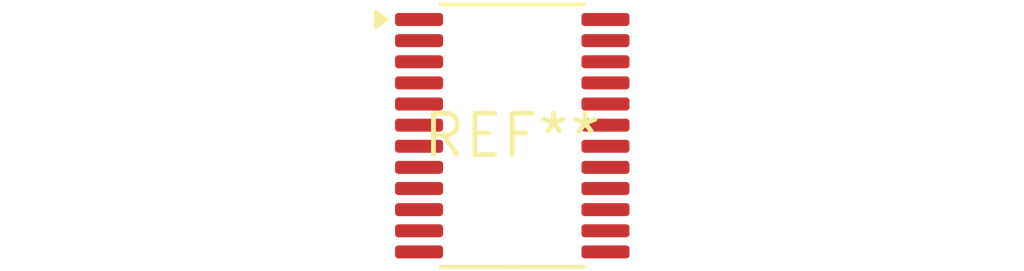
<source format=kicad_pcb>
(kicad_pcb (version 20240108) (generator pcbnew)
  (layers (0 "F.Cu" signal) (31 "B.Cu" signal) (34 "B.Paste" user) (35 "F.Paste" user) (36 "B.SilkS" user "B.Silkscreen") (37 "F.SilkS" user "F.Silkscreen") (38 "B.Mask" user) (39 "F.Mask" user) (44 "Edge.Cuts" user))
  (net 0 "")
  (footprint "TSSOP-24_4.4x7.8mm_P0.65mm" (layer "F.Cu") (at 0 0)
    (property "Reference" "REF**")
    (property "Value" "TSSOP-24_4.4x7.8mm_P0.65mm")
    (fp_line (start 0 -4.035) (end -2.2 -4.035) (layer "F.SilkS") (stroke (width 0.12)))
    (fp_line (start 0 -4.035) (end 2.2 -4.035) (layer "F.SilkS") (stroke (width 0.12)))
    (fp_line (start 0 4.035) (end -2.2 4.035) (layer "F.SilkS") (stroke (width 0.12)))
    (fp_line (start 0 4.035) (end 2.2 4.035) (layer "F.SilkS") (stroke (width 0.12)))
    (fp_poly (pts (xy -3.86 -3.575) (xy -4.19 -3.815) (xy -4.19 -3.335) (xy -3.86 -3.575)) (layer "F.SilkS") (stroke (width 0.12)) (fill solid))
    (pad "1" smd roundrect (at -2.8625 -3.575) (size 1.475 0.4) (layers "F.Cu" "F.Paste" "F.Mask"))
    (pad "2" smd roundrect (at -2.8625 -2.925) (size 1.475 0.4) (layers "F.Cu" "F.Paste" "F.Mask"))
    (pad "3" smd roundrect (at -2.8625 -2.275) (size 1.475 0.4) (layers "F.Cu" "F.Paste" "F.Mask"))
    (pad "4" smd roundrect (at -2.8625 -1.625) (size 1.475 0.4) (layers "F.Cu" "F.Paste" "F.Mask"))
    (pad "5" smd roundrect (at -2.8625 -0.975) (size 1.475 0.4) (layers "F.Cu" "F.Paste" "F.Mask"))
    (pad "6" smd roundrect (at -2.8625 -0.325) (size 1.475 0.4) (layers "F.Cu" "F.Paste" "F.Mask"))
    (pad "7" smd roundrect (at -2.8625 0.325) (size 1.475 0.4) (layers "F.Cu" "F.Paste" "F.Mask"))
    (pad "8" smd roundrect (at -2.8625 0.975) (size 1.475 0.4) (layers "F.Cu" "F.Paste" "F.Mask"))
    (pad "9" smd roundrect (at -2.8625 1.625) (size 1.475 0.4) (layers "F.Cu" "F.Paste" "F.Mask"))
    (pad "10" smd roundrect (at -2.8625 2.275) (size 1.475 0.4) (layers "F.Cu" "F.Paste" "F.Mask"))
    (pad "11" smd roundrect (at -2.8625 2.925) (size 1.475 0.4) (layers "F.Cu" "F.Paste" "F.Mask"))
    (pad "12" smd roundrect (at -2.8625 3.575) (size 1.475 0.4) (layers "F.Cu" "F.Paste" "F.Mask"))
    (pad "13" smd roundrect (at 2.8625 3.575) (size 1.475 0.4) (layers "F.Cu" "F.Paste" "F.Mask"))
    (pad "14" smd roundrect (at 2.8625 2.925) (size 1.475 0.4) (layers "F.Cu" "F.Paste" "F.Mask"))
    (pad "15" smd roundrect (at 2.8625 2.275) (size 1.475 0.4) (layers "F.Cu" "F.Paste" "F.Mask"))
    (pad "16" smd roundrect (at 2.8625 1.625) (size 1.475 0.4) (layers "F.Cu" "F.Paste" "F.Mask"))
    (pad "17" smd roundrect (at 2.8625 0.975) (size 1.475 0.4) (layers "F.Cu" "F.Paste" "F.Mask"))
    (pad "18" smd roundrect (at 2.8625 0.325) (size 1.475 0.4) (layers "F.Cu" "F.Paste" "F.Mask"))
    (pad "19" smd roundrect (at 2.8625 -0.325) (size 1.475 0.4) (layers "F.Cu" "F.Paste" "F.Mask"))
    (pad "20" smd roundrect (at 2.8625 -0.975) (size 1.475 0.4) (layers "F.Cu" "F.Paste" "F.Mask"))
    (pad "21" smd roundrect (at 2.8625 -1.625) (size 1.475 0.4) (layers "F.Cu" "F.Paste" "F.Mask"))
    (pad "22" smd roundrect (at 2.8625 -2.275) (size 1.475 0.4) (layers "F.Cu" "F.Paste" "F.Mask"))
    (pad "23" smd roundrect (at 2.8625 -2.925) (size 1.475 0.4) (layers "F.Cu" "F.Paste" "F.Mask"))
    (pad "24" smd roundrect (at 2.8625 -3.575) (size 1.475 0.4) (layers "F.Cu" "F.Paste" "F.Mask"))
  )
)
</source>
